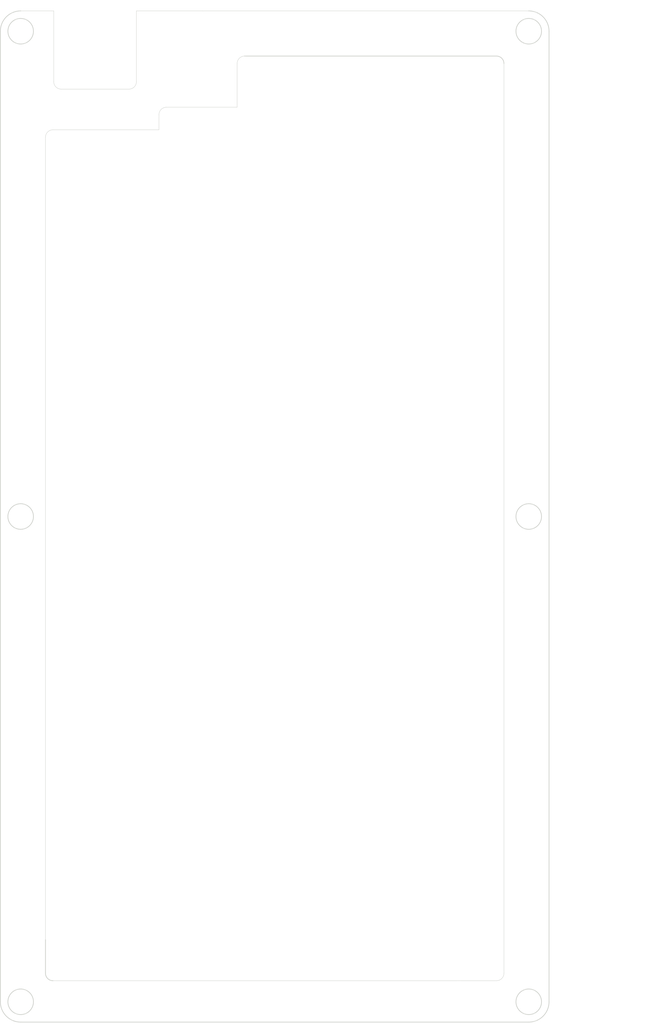
<source format=kicad_pcb>
(kicad_pcb (version 20221018) (generator pcbnew)

  (general
    (thickness 0.8)
  )

  (paper "A4")
  (layers
    (0 "F.Cu" signal)
    (31 "B.Cu" signal)
    (32 "B.Adhes" user "B.Adhesive")
    (33 "F.Adhes" user "F.Adhesive")
    (34 "B.Paste" user)
    (35 "F.Paste" user)
    (36 "B.SilkS" user "B.Silkscreen")
    (37 "F.SilkS" user "F.Silkscreen")
    (38 "B.Mask" user)
    (39 "F.Mask" user)
    (40 "Dwgs.User" user "User.Drawings")
    (41 "Cmts.User" user "User.Comments")
    (42 "Eco1.User" user "User.Eco1")
    (43 "Eco2.User" user "User.Eco2")
    (44 "Edge.Cuts" user)
    (45 "Margin" user)
    (46 "B.CrtYd" user "B.Courtyard")
    (47 "F.CrtYd" user "F.Courtyard")
    (48 "B.Fab" user)
    (49 "F.Fab" user)
    (50 "User.1" user)
    (51 "User.2" user)
    (52 "User.3" user)
    (53 "User.4" user)
    (54 "User.5" user)
    (55 "User.6" user)
    (56 "User.7" user)
    (57 "User.8" user)
    (58 "User.9" user)
  )

  (setup
    (stackup
      (layer "F.SilkS" (type "Top Silk Screen") (color "White"))
      (layer "F.Paste" (type "Top Solder Paste"))
      (layer "F.Mask" (type "Top Solder Mask") (color "Black") (thickness 0.01))
      (layer "F.Cu" (type "copper") (thickness 0.035))
      (layer "dielectric 1" (type "core") (thickness 0.71) (material "FR4") (epsilon_r 4.5) (loss_tangent 0.02))
      (layer "B.Cu" (type "copper") (thickness 0.035))
      (layer "B.Mask" (type "Bottom Solder Mask") (color "Black") (thickness 0.01))
      (layer "B.Paste" (type "Bottom Solder Paste"))
      (layer "B.SilkS" (type "Bottom Silk Screen") (color "White"))
      (copper_finish "None")
      (dielectric_constraints no)
    )
    (pad_to_mask_clearance 0)
    (pcbplotparams
      (layerselection 0x00010fc_ffffffff)
      (plot_on_all_layers_selection 0x0000000_00000000)
      (disableapertmacros false)
      (usegerberextensions false)
      (usegerberattributes true)
      (usegerberadvancedattributes true)
      (creategerberjobfile true)
      (dashed_line_dash_ratio 12.000000)
      (dashed_line_gap_ratio 3.000000)
      (svgprecision 4)
      (plotframeref false)
      (viasonmask false)
      (mode 1)
      (useauxorigin false)
      (hpglpennumber 1)
      (hpglpenspeed 20)
      (hpglpendiameter 15.000000)
      (dxfpolygonmode true)
      (dxfimperialunits true)
      (dxfusepcbnewfont true)
      (psnegative false)
      (psa4output false)
      (plotreference true)
      (plotvalue true)
      (plotinvisibletext false)
      (sketchpadsonfab false)
      (subtractmaskfromsilk false)
      (outputformat 1)
      (mirror false)
      (drillshape 1)
      (scaleselection 1)
      (outputdirectory "")
    )
  )

  (net 0 "")

  (gr_line (start 85.600001 42.800001) (end 95 42.8)
    (stroke (width 0.05) (type default)) (layer "Edge.Cuts") (tstamp 09d933b8-9e73-45b6-b05a-da2a24211f41))
  (gr_arc (start 95 37) (mid 95.292893 36.292893) (end 96 36)
    (stroke (width 0.05) (type default)) (layer "Edge.Cuts") (tstamp 1169fedd-5068-4a42-a304-e9e4c33d05b4))
  (gr_line (start 71.600007 40.399993) (end 80.6 40.4)
    (stroke (width 0.05) (type default)) (layer "Edge.Cuts") (tstamp 1395ceec-b61b-4322-b959-fad3ca8761e6))
  (gr_line (start 133.8 30) (end 90.4 30)
    (stroke (width 0.05) (type default)) (layer "Edge.Cuts") (tstamp 1555f750-59fe-47a9-864c-0e9bd26e06b0))
  (gr_line (start 96 36) (end 129.5 36)
    (stroke (width 0.1) (type default)) (layer "Edge.Cuts") (tstamp 1bd8ba72-aa75-4a95-b08a-1bcf18d9736b))
  (gr_arc (start 84.600001 43.800001) (mid 84.892894 43.092894) (end 85.600001 42.800001)
    (stroke (width 0.05) (type default)) (layer "Edge.Cuts") (tstamp 20f43878-d223-4cac-83ac-d497c14c04c8))
  (gr_line (start 69.5 46.8) (end 69.5 153.45)
    (stroke (width 0.05) (type default)) (layer "Edge.Cuts") (tstamp 2bf1fae6-0ba7-4e91-8d34-20d96af5214a))
  (gr_line (start 95 42.8) (end 95 37)
    (stroke (width 0.05) (type default)) (layer "Edge.Cuts") (tstamp 2c172f7f-c784-4b17-9740-8f7c83e9d8eb))
  (gr_circle (center 133.8 161.7) (end 133.8 163.4)
    (stroke (width 0.1) (type default)) (fill none) (layer "Edge.Cuts") (tstamp 2fe1ffa9-0160-4b61-ab78-635f876317f8))
  (gr_line (start 136.5 32.7) (end 136.5 161.7)
    (stroke (width 0.1) (type default)) (layer "Edge.Cuts") (tstamp 3611c6f6-1a2e-48ec-af74-f4b52e6b95bd))
  (gr_circle (center 133.8 32.7) (end 133.8 34.4)
    (stroke (width 0.1) (type default)) (fill none) (layer "Edge.Cuts") (tstamp 3804c83d-1096-4428-8fd9-e058abb26d92))
  (gr_circle (center 66.2 32.7) (end 66.2 34.4)
    (stroke (width 0.1) (type default)) (fill none) (layer "Edge.Cuts") (tstamp 433286a5-67ae-4ddb-a4bc-c91669841534))
  (gr_line (start 70.5 45.8) (end 84.6 45.8)
    (stroke (width 0.05) (type default)) (layer "Edge.Cuts") (tstamp 56161504-923b-4d8e-9165-16c6daa18f53))
  (gr_arc (start 66.2 164.4) (mid 64.290812 163.609188) (end 63.5 161.7)
    (stroke (width 0.1) (type default)) (layer "Edge.Cuts") (tstamp 63c07056-91e2-44b0-89b9-a4e04eee94b5))
  (gr_line (start 81.6 30) (end 90.4 30)
    (stroke (width 0.05) (type default)) (layer "Edge.Cuts") (tstamp 65b90847-b741-4d02-ab9b-0835a5ce538e))
  (gr_circle (center 66.2 161.7) (end 66.2 163.4)
    (stroke (width 0.1) (type default)) (fill none) (layer "Edge.Cuts") (tstamp 67899e9d-d792-4d6f-8455-145ae2749cdf))
  (gr_arc (start 63.5 32.7) (mid 64.290812 30.790812) (end 66.2 30)
    (stroke (width 0.1) (type default)) (layer "Edge.Cuts") (tstamp 7e307002-d315-49fe-a02b-bab05cdb8144))
  (gr_line (start 130.5 107.3) (end 130.5 157.9)
    (stroke (width 0.05) (type default)) (layer "Edge.Cuts") (tstamp 854211d2-ee08-4950-819a-cb434f6ce3c2))
  (gr_circle (center 66.2 97.2) (end 66.2 98.9)
    (stroke (width 0.1) (type default)) (fill none) (layer "Edge.Cuts") (tstamp 877a91a4-6bac-4995-a116-e5e28a99d260))
  (gr_arc (start 71.600007 40.399993) (mid 70.892898 40.107102) (end 70.600007 39.399993)
    (stroke (width 0.05) (type default)) (layer "Edge.Cuts") (tstamp 87a63c05-0136-48bd-b146-420463df77ad))
  (gr_line (start 133.8 164.4) (end 66.2 164.4)
    (stroke (width 0.1) (type default)) (layer "Edge.Cuts") (tstamp 8add121f-8df6-442e-bad0-38d7a2c7f96a))
  (gr_arc (start 129.5 36) (mid 130.207107 36.292893) (end 130.5 37)
    (stroke (width 0.1) (type default)) (layer "Edge.Cuts") (tstamp a4ecf2f9-9e37-45a0-9d3f-9892ecd0880e))
  (gr_arc (start 69.5 46.8) (mid 69.792893 46.092893) (end 70.5 45.8)
    (stroke (width 0.05) (type default)) (layer "Edge.Cuts") (tstamp a63ce6b4-62d4-4fe4-b0c7-3e16f8560e31))
  (gr_line (start 130.5 107.3) (end 130.5 37)
    (stroke (width 0.05) (type default)) (layer "Edge.Cuts") (tstamp acb219ff-9628-4821-bad6-5724c262e628))
  (gr_line (start 66.2 30) (end 70.6 30)
    (stroke (width 0.05) (type default)) (layer "Edge.Cuts") (tstamp ad718d1a-91e2-41b8-b380-6db4a84ce228))
  (gr_arc (start 136.5 161.7) (mid 135.709188 163.609188) (end 133.8 164.4)
    (stroke (width 0.1) (type default)) (layer "Edge.Cuts") (tstamp aed36716-7ea2-4ced-8bd9-5dd08c965bab))
  (gr_line (start 84.6 45.8) (end 84.600001 43.800001)
    (stroke (width 0.05) (type default)) (layer "Edge.Cuts") (tstamp b1d01255-b669-4149-bc57-3831ced5db84))
  (gr_line (start 70.6 30) (end 70.600007 39.399993)
    (stroke (width 0.05) (type default)) (layer "Edge.Cuts") (tstamp b3ce6c03-ee0b-475a-9508-5f4efdb8c539))
  (gr_arc (start 81.6 39.4) (mid 81.307107 40.107107) (end 80.6 40.4)
    (stroke (width 0.05) (type default)) (layer "Edge.Cuts") (tstamp b3f892d9-fece-4fd4-b968-64a6258999f7))
  (gr_arc (start 70.5 158.9) (mid 69.792893 158.607107) (end 69.5 157.9)
    (stroke (width 0.1) (type default)) (layer "Edge.Cuts") (tstamp b776a142-d01f-41ef-a5d7-875fdd275fc2))
  (gr_line (start 69.5 157.9) (end 69.5 153.45)
    (stroke (width 0.1) (type default)) (layer "Edge.Cuts") (tstamp be375015-b069-4de5-989f-23f1a0db46bb))
  (gr_line (start 63.5 161.7) (end 63.5 32.7)
    (stroke (width 0.1) (type default)) (layer "Edge.Cuts") (tstamp c2883a33-7c93-407f-a474-005101ce687d))
  (gr_circle (center 133.8 97.2) (end 133.8 98.9)
    (stroke (width 0.1) (type default)) (fill none) (layer "Edge.Cuts") (tstamp ca9c8069-3d3b-4770-a34e-1be6ba558f89))
  (gr_arc (start 133.8 30) (mid 135.709188 30.790812) (end 136.5 32.7)
    (stroke (width 0.1) (type default)) (layer "Edge.Cuts") (tstamp d8e3b971-dfda-4947-b849-a43c7658e68d))
  (gr_line (start 81.6 39.4) (end 81.6 30)
    (stroke (width 0.05) (type default)) (layer "Edge.Cuts") (tstamp ee9455de-93ca-49e5-ad34-e043353e68f4))
  (gr_arc (start 130.5 157.9) (mid 130.207107 158.607107) (end 129.5 158.9)
    (stroke (width 0.05) (type default)) (layer "Edge.Cuts") (tstamp f0f7a7a1-2cfe-40b6-bb5d-3b52da79594d))
  (gr_line (start 124.5 158.9) (end 129.5 158.9)
    (stroke (width 0.05) (type default)) (layer "Edge.Cuts") (tstamp f3234591-b952-46c0-8e74-ee0adca0b843))
  (gr_line (start 70.5 158.9) (end 124.5 158.9)
    (stroke (width 0.05) (type default)) (layer "Edge.Cuts") (tstamp f7b32041-9444-4943-85e2-fbefa497eec2))
  (gr_text "PCB3D_TL_spacer2" (at 63.5 30) (layer "Cmts.User") (tstamp 8a63d313-d38b-4d27-8e9a-2f51f52bce64)
    (effects (font (size 1 1) (thickness 0.15)) (justify left bottom))
  )
  (gr_text "PCB3D_BR_spacer2" (at 136.5 164.4) (layer "Cmts.User") (tstamp 8f3a24ee-9a73-48f6-9fe3-4d6dc6cdb822)
    (effects (font (size 1 1) (thickness 0.15)) (justify left bottom))
  )

)

</source>
